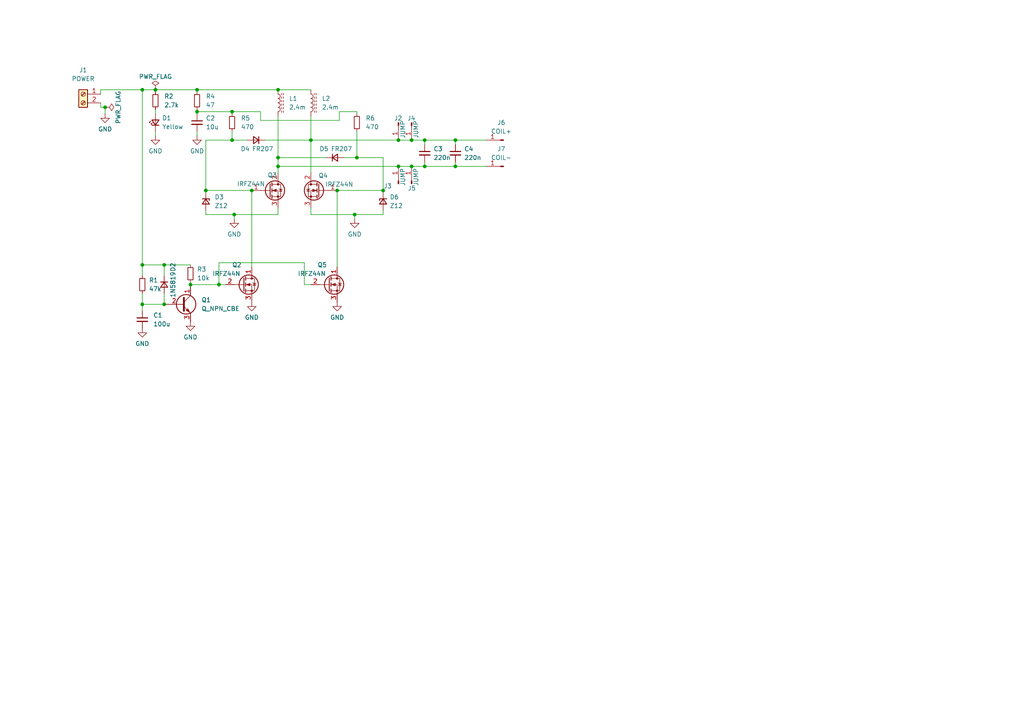
<source format=kicad_sch>
(kicad_sch (version 20211123) (generator eeschema)
  (paper "A4")
  (lib_symbols
    (symbol "Connector:Conn_01x01_Male" (pin_names (offset 1.016) hide)
      (property "Reference" "J" (at 0 2.54 0))
      (property "Value" "Conn_01x01_Male" (at 0 -2.54 0))
      (symbol "Conn_01x01_Male_1_1"
        (polyline (pts (xy 1.27 0) (xy 0.8636 0)) (stroke (width 0.1524)))
        (rectangle (start 0.8636 0.127) (end 0 -0.127) (stroke (width 0.1524)) (fill (type outline)))
        (pin passive line (at 5.08 0 180) (length 3.81) (name "Pin_1") (number "1"))
      )
    )
    (symbol "Connector:Screw_Terminal_01x02" (pin_names (offset 1.016) hide)
      (property "Reference" "J" (at 0 2.54 0))
      (property "Value" "Screw_Terminal_01x02" (at 0 -5.08 0))
      (symbol "Screw_Terminal_01x02_1_1"
        (rectangle (start -1.27 1.27) (end 1.27 -3.81) (stroke (width 0.254)) (fill (type background)))
        (circle (center 0 -2.54) (radius 0.635) (stroke (width 0.1524)))
        (polyline (pts (xy -0.5334 -2.2098) (xy 0.3302 -3.048)) (stroke (width 0.1524)))
        (polyline (pts (xy -0.5334 0.3302) (xy 0.3302 -0.508)) (stroke (width 0.1524)))
        (polyline (pts (xy -0.3556 -2.032) (xy 0.508 -2.8702)) (stroke (width 0.1524)))
        (polyline (pts (xy -0.3556 0.508) (xy 0.508 -0.3302)) (stroke (width 0.1524)))
        (circle (center 0 0) (radius 0.635) (stroke (width 0.1524)))
        (pin passive line (at -5.08 0 0) (length 3.81) (name "Pin_1") (number "1"))
        (pin passive line (at -5.08 -2.54 0) (length 3.81) (name "Pin_2") (number "2"))
      )
    )
    (symbol "Device:C_Small" (pin_numbers hide) (pin_names (offset 0.254) hide)
      (property "Reference" "C" (at 0.254 1.778 0))
      (property "Value" "C_Small" (at 0.254 -2.032 0))
      (symbol "C_Small_0_1"
        (polyline (pts (xy -1.524 -0.508) (xy 1.524 -0.508)) (stroke (width 0.3302)))
        (polyline (pts (xy -1.524 0.508) (xy 1.524 0.508)) (stroke (width 0.3048)))
      )
      (symbol "C_Small_1_1"
        (pin passive line (at 0 2.54 270) (length 2.032) (name "~") (number "1"))
        (pin passive line (at 0 -2.54 90) (length 2.032) (name "~") (number "2"))
      )
    )
    (symbol "Device:D_Small" (pin_numbers hide) (pin_names (offset 0.254) hide)
      (property "Reference" "D" (at -1.27 2.032 0))
      (property "Value" "D_Small" (at -3.81 -2.032 0))
      (symbol "D_Small_0_1"
        (polyline (pts (xy -0.762 -1.016) (xy -0.762 1.016)) (stroke (width 0.254)))
        (polyline (pts (xy -0.762 0) (xy 0.762 0)))
        (polyline (pts (xy 0.762 -1.016) (xy -0.762 0) (xy 0.762 1.016) (xy 0.762 -1.016)) (stroke (width 0.254)))
      )
      (symbol "D_Small_1_1"
        (pin passive line (at -2.54 0 0) (length 1.778) (name "K") (number "1"))
        (pin passive line (at 2.54 0 180) (length 1.778) (name "A") (number "2"))
      )
    )
    (symbol "Device:D_Zener_Small" (pin_numbers hide) (pin_names (offset 0.254) hide)
      (property "Reference" "D" (at 0 2.286 0))
      (property "Value" "D_Zener_Small" (at 0 -2.286 0))
      (symbol "D_Zener_Small_0_1"
        (polyline (pts (xy 0.762 0) (xy -0.762 0)))
        (polyline (pts (xy -0.254 1.016) (xy -0.762 1.016) (xy -0.762 -1.016)) (stroke (width 0.254)))
        (polyline (pts (xy 0.762 1.016) (xy -0.762 0) (xy 0.762 -1.016) (xy 0.762 1.016)) (stroke (width 0.254)))
      )
      (symbol "D_Zener_Small_1_1"
        (pin passive line (at -2.54 0 0) (length 1.778) (name "K") (number "1"))
        (pin passive line (at 2.54 0 180) (length 1.778) (name "A") (number "2"))
      )
    )
    (symbol "Device:LED_Small" (pin_numbers hide) (pin_names (offset 0.254) hide)
      (property "Reference" "D" (at -1.27 3.175 0))
      (property "Value" "LED_Small" (at -4.445 -2.54 0))
      (symbol "LED_Small_0_1"
        (polyline (pts (xy -0.762 -1.016) (xy -0.762 1.016)) (stroke (width 0.254)))
        (polyline (pts (xy 1.016 0) (xy -0.762 0)))
        (polyline (pts (xy 0.762 -1.016) (xy -0.762 0) (xy 0.762 1.016) (xy 0.762 -1.016)) (stroke (width 0.254)))
        (polyline (pts (xy 0 0.762) (xy -0.508 1.27) (xy -0.254 1.27) (xy -0.508 1.27) (xy -0.508 1.016)))
        (polyline (pts (xy 0.508 1.27) (xy 0 1.778) (xy 0.254 1.778) (xy 0 1.778) (xy 0 1.524)))
      )
      (symbol "LED_Small_1_1"
        (pin passive line (at -2.54 0 0) (length 1.778) (name "K") (number "1"))
        (pin passive line (at 2.54 0 180) (length 1.778) (name "A") (number "2"))
      )
    )
    (symbol "Device:L_Ferrite" (pin_numbers hide) (pin_names (offset 1.016) hide)
      (property "Reference" "L" (at -1.27 0 90))
      (property "Value" "L_Ferrite" (at 2.794 0 90))
      (symbol "L_Ferrite_0_1"
        (arc (start 0 -2.54) (mid 0.635 -1.905) (end 0 -1.27))
        (arc (start 0 -1.27) (mid 0.635 -0.635) (end 0 0))
        (polyline (pts (xy 1.016 -2.794) (xy 1.016 -2.286)))
        (polyline (pts (xy 1.016 -1.778) (xy 1.016 -1.27)))
        (polyline (pts (xy 1.016 -0.762) (xy 1.016 -0.254)))
        (polyline (pts (xy 1.016 0.254) (xy 1.016 0.762)))
        (polyline (pts (xy 1.016 1.27) (xy 1.016 1.778)))
        (polyline (pts (xy 1.016 2.286) (xy 1.016 2.794)))
        (polyline (pts (xy 1.524 -2.286) (xy 1.524 -2.794)))
        (polyline (pts (xy 1.524 -1.27) (xy 1.524 -1.778)))
        (polyline (pts (xy 1.524 -0.254) (xy 1.524 -0.762)))
        (polyline (pts (xy 1.524 0.762) (xy 1.524 0.254)))
        (polyline (pts (xy 1.524 1.778) (xy 1.524 1.27)))
        (polyline (pts (xy 1.524 2.794) (xy 1.524 2.286)))
        (arc (start 0 0) (mid 0.635 0.635) (end 0 1.27))
        (arc (start 0 1.27) (mid 0.635 1.905) (end 0 2.54))
      )
      (symbol "L_Ferrite_1_1"
        (pin passive line (at 0 3.81 270) (length 1.27) (name "1") (number "1"))
        (pin passive line (at 0 -3.81 90) (length 1.27) (name "2") (number "2"))
      )
    )
    (symbol "Device:Q_NMOS_GDS" (pin_names (offset 0) hide)
      (property "Reference" "Q" (at 5.08 1.27 0))
      (property "Value" "Q_NMOS_GDS" (at 5.08 -1.27 0))
      (symbol "Q_NMOS_GDS_0_1"
        (polyline (pts (xy 0.254 0) (xy -2.54 0)))
        (polyline (pts (xy 0.254 1.905) (xy 0.254 -1.905)) (stroke (width 0.254)))
        (polyline (pts (xy 0.762 -1.27) (xy 0.762 -2.286)) (stroke (width 0.254)))
        (polyline (pts (xy 0.762 0.508) (xy 0.762 -0.508)) (stroke (width 0.254)))
        (polyline (pts (xy 0.762 2.286) (xy 0.762 1.27)) (stroke (width 0.254)))
        (polyline (pts (xy 2.54 2.54) (xy 2.54 1.778)))
        (polyline (pts (xy 2.54 -2.54) (xy 2.54 0) (xy 0.762 0)))
        (polyline (pts (xy 0.762 -1.778) (xy 3.302 -1.778) (xy 3.302 1.778) (xy 0.762 1.778)))
        (polyline (pts (xy 1.016 0) (xy 2.032 0.381) (xy 2.032 -0.381) (xy 1.016 0)) (fill (type outline)))
        (polyline (pts (xy 2.794 0.508) (xy 2.921 0.381) (xy 3.683 0.381) (xy 3.81 0.254)))
        (polyline (pts (xy 3.302 0.381) (xy 2.921 -0.254) (xy 3.683 -0.254) (xy 3.302 0.381)))
        (circle (center 1.651 0) (radius 2.794) (stroke (width 0.254)))
        (circle (center 2.54 -1.778) (radius 0.254) (fill (type outline)))
        (circle (center 2.54 1.778) (radius 0.254) (fill (type outline)))
      )
      (symbol "Q_NMOS_GDS_1_1"
        (pin input line (at -5.08 0 0) (length 2.54) (name "G") (number "1"))
        (pin passive line (at 2.54 5.08 270) (length 2.54) (name "D") (number "2"))
        (pin passive line (at 2.54 -5.08 90) (length 2.54) (name "S") (number "3"))
      )
    )
    (symbol "Device:Q_NPN_CBE" (pin_names (offset 0) hide)
      (property "Reference" "Q" (at 5.08 1.27 0))
      (property "Value" "Q_NPN_CBE" (at 5.08 -1.27 0))
      (symbol "Q_NPN_CBE_0_1"
        (polyline (pts (xy 0.635 0.635) (xy 2.54 2.54)))
        (polyline (pts (xy 0.635 -0.635) (xy 2.54 -2.54) (xy 2.54 -2.54)))
        (polyline (pts (xy 0.635 1.905) (xy 0.635 -1.905) (xy 0.635 -1.905)) (stroke (width 0.508)))
        (polyline (pts (xy 1.27 -1.778) (xy 1.778 -1.27) (xy 2.286 -2.286) (xy 1.27 -1.778) (xy 1.27 -1.778)) (fill (type outline)))
        (circle (center 1.27 0) (radius 2.8194) (stroke (width 0.254)))
      )
      (symbol "Q_NPN_CBE_1_1"
        (pin passive line (at 2.54 5.08 270) (length 2.54) (name "C") (number "1"))
        (pin input line (at -5.08 0 0) (length 5.715) (name "B") (number "2"))
        (pin passive line (at 2.54 -5.08 90) (length 2.54) (name "E") (number "3"))
      )
    )
    (symbol "Device:R_Small" (pin_numbers hide) (pin_names (offset 0.254) hide)
      (property "Reference" "R" (at 0.762 0.508 0))
      (property "Value" "R_Small" (at 0.762 -1.016 0))
      (symbol "R_Small_0_1"
        (rectangle (start -0.762 1.778) (end 0.762 -1.778) (stroke (width 0.2032)))
      )
      (symbol "R_Small_1_1"
        (pin passive line (at 0 2.54 270) (length 0.762) (name "~") (number "1"))
        (pin passive line (at 0 -2.54 90) (length 0.762) (name "~") (number "2"))
      )
    )
    (symbol "Transistor_FET:IRF6620" (pin_names hide)
      (property "Reference" "Q" (at 5.08 1.905 0))
      (property "Value" "IRF6620" (at 5.08 0 0))
      (symbol "IRF6620_0_1"
        (polyline (pts (xy 0.254 0) (xy -2.54 0)))
        (polyline (pts (xy 0.254 1.905) (xy 0.254 -1.905)) (stroke (width 0.254)))
        (polyline (pts (xy 0.762 -1.27) (xy 0.762 -2.286)) (stroke (width 0.254)))
        (polyline (pts (xy 0.762 0.508) (xy 0.762 -0.508)) (stroke (width 0.254)))
        (polyline (pts (xy 0.762 2.286) (xy 0.762 1.27)) (stroke (width 0.254)))
        (polyline (pts (xy 2.54 2.54) (xy 2.54 1.778)))
        (polyline (pts (xy 2.54 -2.54) (xy 2.54 0) (xy 0.762 0)))
        (polyline (pts (xy 0.762 -1.778) (xy 3.302 -1.778) (xy 3.302 1.778) (xy 0.762 1.778)))
        (polyline (pts (xy 1.016 0) (xy 2.032 0.381) (xy 2.032 -0.381) (xy 1.016 0)) (fill (type outline)))
        (polyline (pts (xy 2.794 0.508) (xy 2.921 0.381) (xy 3.683 0.381) (xy 3.81 0.254)))
        (polyline (pts (xy 3.302 0.381) (xy 2.921 -0.254) (xy 3.683 -0.254) (xy 3.302 0.381)))
        (circle (center 1.651 0) (radius 2.794) (stroke (width 0.254)))
        (circle (center 2.54 -1.778) (radius 0.254) (fill (type outline)))
        (circle (center 2.54 1.778) (radius 0.254) (fill (type outline)))
      )
      (symbol "IRF6620_1_1"
        (pin passive line (at 2.54 5.08 270) (length 2.54) (name "D") (number "1"))
        (pin input line (at -5.08 0 0) (length 2.54) (name "G") (number "2"))
        (pin passive line (at 2.54 -5.08 90) (length 2.54) (name "S") (number "3"))
      )
    )
    (symbol "power:GND" (power) (pin_names (offset 0))
      (property "Value" "GND" (at 0 -3.81 0))
      (symbol "GND_0_1"
        (polyline (pts (xy 0 0) (xy 0 -1.27) (xy 1.27 -1.27) (xy 0 -2.54) (xy -1.27 -1.27) (xy 0 -1.27)))
      )
      (symbol "GND_1_1"
        (pin power_in line (at 0 0 270) (length 0) hide (name "GND") (number "1"))
      )
    )
    (symbol "power:PWR_FLAG" (power) (pin_numbers hide) (pin_names (offset 0) hide)
      (property "Value" "PWR_FLAG" (at 0 3.81 0))
      (symbol "PWR_FLAG_0_0"
        (pin power_out line (at 0 0 90) (length 0) (name "pwr") (number "1"))
      )
      (symbol "PWR_FLAG_0_1"
        (polyline (pts (xy 0 0) (xy 0 1.27) (xy -1.016 1.905) (xy 0 2.54) (xy 1.016 1.905) (xy 0 1.27)))
      )
    )
  )
  (junction (at 80.645 26.035))
  (junction (at 47.625 76.835))
  (junction (at 57.15 26.035))
  (junction (at 111.125 55.245))
  (junction (at 123.19 40.64))
  (junction (at 73.025 55.245))
  (junction (at 41.275 26.035))
  (junction (at 80.645 45.72))
  (junction (at 47.625 88.265))
  (junction (at 59.69 55.245))
  (junction (at 119.38 48.26))
  (junction (at 80.645 48.26))
  (junction (at 30.48 31.115))
  (junction (at 123.19 48.26))
  (junction (at 41.275 76.835))
  (junction (at 67.945 62.23))
  (junction (at 132.08 40.64))
  (junction (at 119.38 40.64))
  (junction (at 103.505 45.72))
  (junction (at 57.15 32.385))
  (junction (at 132.08 48.26))
  (junction (at 67.31 32.385))
  (junction (at 97.79 55.245))
  (junction (at 115.57 40.64))
  (junction (at 41.275 88.265))
  (junction (at 63.5 82.55))
  (junction (at 90.17 40.64))
  (junction (at 67.31 40.64))
  (junction (at 115.57 48.26))
  (junction (at 102.87 62.23))
  (junction (at 55.245 82.55))
  (junction (at 45.085 26.035))
  (wire (pts (xy 123.19 48.26) (xy 132.08 48.26)))
  (wire (pts (xy 80.645 33.655) (xy 80.645 45.72)))
  (wire (pts (xy 88.265 82.55) (xy 90.17 82.55)))
  (wire (pts (xy 59.69 62.23) (xy 67.945 62.23)))
  (wire (pts (xy 55.245 82.55) (xy 63.5 82.55)))
  (wire (pts (xy 30.48 31.115) (xy 30.48 33.02)))
  (wire (pts (xy 59.69 55.245) (xy 59.69 55.88)))
  (wire (pts (xy 76.835 40.64) (xy 90.17 40.64)))
  (wire (pts (xy 103.505 32.385) (xy 98.425 32.385)))
  (wire (pts (xy 99.695 45.72) (xy 103.505 45.72)))
  (wire (pts (xy 90.17 40.64) (xy 115.57 40.64)))
  (wire (pts (xy 111.125 60.96) (xy 111.125 62.23)))
  (wire (pts (xy 29.21 29.845) (xy 29.21 31.115)))
  (wire (pts (xy 90.17 60.325) (xy 90.17 62.23)))
  (wire (pts (xy 45.085 31.75) (xy 45.085 33.02)))
  (wire (pts (xy 41.275 88.265) (xy 41.275 90.17)))
  (wire (pts (xy 57.15 26.035) (xy 80.645 26.035)))
  (wire (pts (xy 119.38 40.64) (xy 123.19 40.64)))
  (wire (pts (xy 88.265 76.2) (xy 88.265 82.55)))
  (wire (pts (xy 57.15 26.035) (xy 57.15 26.67)))
  (wire (pts (xy 123.19 41.91) (xy 123.19 40.64)))
  (wire (pts (xy 90.17 33.655) (xy 90.17 40.64)))
  (wire (pts (xy 75.565 34.925) (xy 75.565 32.385)))
  (wire (pts (xy 41.275 88.265) (xy 47.625 88.265)))
  (wire (pts (xy 55.245 82.55) (xy 55.245 83.185)))
  (wire (pts (xy 47.625 76.835) (xy 55.245 76.835)))
  (wire (pts (xy 67.31 32.385) (xy 57.15 32.385)))
  (wire (pts (xy 80.645 26.035) (xy 90.17 26.035)))
  (wire (pts (xy 132.08 40.64) (xy 132.08 41.91)))
  (wire (pts (xy 80.645 62.23) (xy 67.945 62.23)))
  (wire (pts (xy 67.945 62.23) (xy 67.945 63.5)))
  (wire (pts (xy 80.645 48.26) (xy 80.645 50.165)))
  (wire (pts (xy 75.565 32.385) (xy 67.31 32.385)))
  (wire (pts (xy 80.645 45.72) (xy 80.645 48.26)))
  (wire (pts (xy 67.31 33.02) (xy 67.31 32.385)))
  (wire (pts (xy 29.21 26.035) (xy 29.21 27.305)))
  (wire (pts (xy 98.425 34.925) (xy 75.565 34.925)))
  (wire (pts (xy 90.17 40.64) (xy 90.17 50.165)))
  (wire (pts (xy 111.125 45.72) (xy 111.125 55.245)))
  (wire (pts (xy 41.275 85.09) (xy 41.275 88.265)))
  (wire (pts (xy 90.17 62.23) (xy 102.87 62.23)))
  (wire (pts (xy 57.15 31.75) (xy 57.15 32.385)))
  (wire (pts (xy 132.08 40.64) (xy 140.97 40.64)))
  (wire (pts (xy 63.5 76.2) (xy 88.265 76.2)))
  (wire (pts (xy 123.19 40.64) (xy 132.08 40.64)))
  (wire (pts (xy 111.125 55.245) (xy 111.125 55.88)))
  (wire (pts (xy 59.69 55.245) (xy 73.025 55.245)))
  (wire (pts (xy 29.21 31.115) (xy 30.48 31.115)))
  (wire (pts (xy 123.19 46.99) (xy 123.19 48.26)))
  (wire (pts (xy 41.275 26.035) (xy 45.085 26.035)))
  (wire (pts (xy 103.505 33.02) (xy 103.505 32.385)))
  (wire (pts (xy 57.15 38.1) (xy 57.15 39.37)))
  (wire (pts (xy 47.625 76.835) (xy 41.275 76.835)))
  (wire (pts (xy 98.425 32.385) (xy 98.425 34.925)))
  (wire (pts (xy 67.31 40.64) (xy 59.69 40.64)))
  (wire (pts (xy 45.085 38.1) (xy 45.085 39.37)))
  (wire (pts (xy 59.69 60.96) (xy 59.69 62.23)))
  (wire (pts (xy 97.79 77.47) (xy 97.79 55.245)))
  (wire (pts (xy 55.245 81.915) (xy 55.245 82.55)))
  (wire (pts (xy 41.275 76.835) (xy 41.275 80.01)))
  (wire (pts (xy 80.645 48.26) (xy 115.57 48.26)))
  (wire (pts (xy 63.5 82.55) (xy 63.5 76.2)))
  (wire (pts (xy 67.31 40.64) (xy 71.755 40.64)))
  (wire (pts (xy 80.645 45.72) (xy 94.615 45.72)))
  (wire (pts (xy 115.57 40.64) (xy 119.38 40.64)))
  (wire (pts (xy 119.38 48.26) (xy 123.19 48.26)))
  (wire (pts (xy 115.57 48.26) (xy 119.38 48.26)))
  (wire (pts (xy 41.275 26.035) (xy 41.275 76.835)))
  (wire (pts (xy 132.08 48.26) (xy 140.97 48.26)))
  (wire (pts (xy 73.025 55.245) (xy 73.025 77.47)))
  (wire (pts (xy 47.625 80.01) (xy 47.625 76.835)))
  (wire (pts (xy 59.69 40.64) (xy 59.69 55.245)))
  (wire (pts (xy 45.085 26.035) (xy 45.085 26.67)))
  (wire (pts (xy 102.87 62.23) (xy 102.87 63.5)))
  (wire (pts (xy 103.505 45.72) (xy 111.125 45.72)))
  (wire (pts (xy 63.5 82.55) (xy 65.405 82.55)))
  (wire (pts (xy 47.625 85.09) (xy 47.625 88.265)))
  (wire (pts (xy 57.15 32.385) (xy 57.15 33.02)))
  (wire (pts (xy 80.645 60.325) (xy 80.645 62.23)))
  (wire (pts (xy 111.125 62.23) (xy 102.87 62.23)))
  (wire (pts (xy 103.505 38.1) (xy 103.505 45.72)))
  (wire (pts (xy 67.31 38.1) (xy 67.31 40.64)))
  (wire (pts (xy 45.085 26.035) (xy 57.15 26.035)))
  (wire (pts (xy 132.08 46.99) (xy 132.08 48.26)))
  (wire (pts (xy 97.79 55.245) (xy 111.125 55.245)))
  (wire (pts (xy 29.21 26.035) (xy 41.275 26.035)))
  (symbol (lib_id "Device:R_Small") (at 103.505 35.56 0) (unit 1)
    (property "Reference" "R6" (at 106.045 34.2899 0) (effects (justify left)))
    (property "Value" "470" (at 106.045 36.8299 0) (effects (justify left)))
    (property "Footprint" "Resistor_THT:R_Axial_DIN0207_L6.3mm_D2.5mm_P7.62mm_Horizontal" (effects hide))
  )
  (symbol (lib_id "Transistor_FET:IRF6620") (at 95.25 82.55 0) (unit 1)
    (property "Reference" "Q5" (at 92.075 76.835 0) (effects (justify left)))
    (property "Value" "IRFZ44N" (at 86.36 79.375 0) (effects (justify left)))
    (property "Footprint" "Package_TO_SOT_SMD:SOT-23_Handsoldering" (effects hide))
    (property "Datasheet" "https://www.infineon.com/dgdl/irf6620pbf.pdf?fileId=5546d462533600a4015355e8831d1a23" (effects hide))
  )
  (symbol (lib_id "Device:R_Small") (at 57.15 29.21 0) (unit 1)
    (property "Reference" "R4" (at 59.69 27.9399 0) (effects (justify left)))
    (property "Value" "47" (at 59.69 30.4799 0) (effects (justify left)))
    (property "Footprint" "Resistor_THT:R_Axial_DIN0207_L6.3mm_D2.5mm_P7.62mm_Horizontal" (effects hide))
  )
  (symbol (lib_id "power:PWR_FLAG") (at 30.48 31.115 270) (unit 1)
    (property "Reference" "#FLG01" (effects hide))
    (property "Value" "PWR_FLAG" (at 34.29 31.115 0))
  )
  (symbol (lib_id "power:GND") (at 102.87 63.5 0) (unit 1)
    (property "Reference" "#PWR09" (effects hide))
    (property "Value" "GND" (at 102.87 67.945 0))
  )
  (symbol (lib_id "Device:R_Small") (at 55.245 79.375 0) (unit 1)
    (property "Reference" "R3" (at 57.15 78.1049 0) (effects (justify left)))
    (property "Value" "10k" (at 57.15 80.6449 0) (effects (justify left)))
    (property "Footprint" "Resistor_SMD:R_1206_3216Metric_Pad1.30x1.75mm_HandSolder" (effects hide))
  )
  (symbol (lib_id "Connector:Conn_01x01_Male") (at 115.57 35.56 270) (unit 1)
    (property "Reference" "J2" (at 114.3 34.29 90) (effects (justify left)))
    (property "Value" "JUMP" (at 116.84 34.925 0) (effects (justify left)))
    (property "Footprint" "Connector_PinSocket_2.54mm:PinSocket_1x01_P2.54mm_Vertical" (effects hide))
  )
  (symbol (lib_id "Device:C_Small") (at 41.275 92.71 0) (unit 1)
    (property "Reference" "C1" (at 44.45 91.4462 0) (effects (justify left)))
    (property "Value" "100u" (at 44.45 93.9862 0) (effects (justify left)))
    (property "Footprint" "Capacitor_THT:C_Radial_D6.3mm_H5.0mm_P2.50mm" (effects hide))
  )
  (symbol (lib_id "Transistor_FET:IRF6620") (at 70.485 82.55 0) (unit 1)
    (property "Reference" "Q2" (at 67.31 76.835 0) (effects (justify left)))
    (property "Value" "IRFZ44N" (at 61.595 79.375 0) (effects (justify left)))
    (property "Footprint" "Package_TO_SOT_SMD:SOT-23_Handsoldering" (effects hide))
    (property "Datasheet" "https://www.infineon.com/dgdl/irf6620pbf.pdf?fileId=5546d462533600a4015355e8831d1a23" (effects hide))
  )
  (symbol (lib_id "power:GND") (at 55.245 93.345 0) (unit 1)
    (property "Reference" "#PWR04" (effects hide))
    (property "Value" "GND" (at 55.245 97.79 0))
  )
  (symbol (lib_id "Device:D_Small") (at 97.155 45.72 0) (unit 1)
    (property "Reference" "D5" (at 93.98 43.18 0))
    (property "Value" "FR207" (at 99.06 43.18 0))
    (property "Footprint" "Diode_THT:D_DO-15_P12.70mm_Horizontal" (effects hide))
  )
  (symbol (lib_id "Device:C_Small") (at 132.08 44.45 0) (unit 1)
    (property "Reference" "C4" (at 134.62 43.1862 0) (effects (justify left)))
    (property "Value" "220n" (at 134.62 45.7262 0) (effects (justify left)))
    (property "Footprint" "Capacitor_THT:C_Rect_L18.0mm_W9.0mm_P15.00mm_FKS3_FKP3" (effects hide))
  )
  (symbol (lib_id "Connector:Conn_01x01_Male") (at 115.57 53.34 90) (unit 1)
    (property "Reference" "J3" (at 113.665 53.9751 90) (effects (justify left)))
    (property "Value" "JUMP" (at 116.84 53.975 0) (effects (justify left)))
    (property "Footprint" "Connector_PinSocket_2.54mm:PinSocket_1x01_P2.54mm_Vertical" (effects hide))
  )
  (symbol (lib_id "Device:LED_Small") (at 45.085 35.56 90) (unit 1)
    (property "Reference" "D1" (at 46.99 34.2264 90) (effects (justify right)))
    (property "Value" "Yellow" (at 46.99 36.7664 90) (effects (justify right)))
    (property "Footprint" "LED_THT:LED_D5.0mm" (effects hide))
  )
  (symbol (lib_id "Device:C_Small") (at 57.15 35.56 0) (unit 1)
    (property "Reference" "C2" (at 59.69 34.2962 0) (effects (justify left)))
    (property "Value" "10u" (at 59.69 36.8362 0) (effects (justify left)))
    (property "Footprint" "Capacitor_THT:C_Radial_D6.3mm_H5.0mm_P2.50mm" (effects hide))
  )
  (symbol (lib_id "Connector:Conn_01x01_Male") (at 119.38 53.34 90) (unit 1)
    (property "Reference" "J5" (at 120.65 54.61 90) (effects (justify left)))
    (property "Value" "JUMP" (at 120.65 53.975 0) (effects (justify left)))
    (property "Footprint" "custom:JumperHole_2mm" (effects hide))
  )
  (symbol (lib_id "Device:L_Ferrite") (at 90.17 29.845 0) (unit 1)
    (property "Reference" "L2" (at 93.345 28.5749 0) (effects (justify left)))
    (property "Value" "2.4m" (at 93.345 31.1149 0) (effects (justify left)))
    (property "Footprint" "custom:Toroid_35mm" (effects hide))
  )
  (symbol (lib_id "power:GND") (at 67.945 63.5 0) (unit 1)
    (property "Reference" "#PWR06" (effects hide))
    (property "Value" "GND" (at 67.945 67.945 0))
  )
  (symbol (lib_id "Device:R_Small") (at 41.275 82.55 0) (unit 1)
    (property "Reference" "R1" (at 43.18 81.2799 0) (effects (justify left)))
    (property "Value" "47k" (at 43.18 83.8199 0) (effects (justify left)))
    (property "Footprint" "Resistor_SMD:R_1206_3216Metric_Pad1.30x1.75mm_HandSolder" (effects hide))
  )
  (symbol (lib_id "power:GND") (at 73.025 87.63 0) (unit 1)
    (property "Reference" "#PWR07" (effects hide))
    (property "Value" "GND" (at 73.025 92.075 0))
  )
  (symbol (lib_id "Device:Q_NMOS_GDS") (at 92.71 55.245 0) (mirror y) (unit 1)
    (property "Reference" "Q4" (at 95.123 50.927 0) (effects (justify left)))
    (property "Value" "IRFZ44N" (at 102.489 53.467 0) (effects (justify left)))
    (property "Footprint" "Package_TO_SOT_THT:TO-220-3_Vertical" (effects hide))
  )
  (symbol (lib_id "Device:Q_NPN_CBE") (at 52.705 88.265 0) (unit 1)
    (property "Reference" "Q1" (at 58.42 86.9949 0) (effects (justify left)))
    (property "Value" "Q_NPN_CBE" (at 58.42 89.5349 0) (effects (justify left)))
    (property "Footprint" "Package_TO_SOT_THT:TO-92_Inline" (effects hide))
  )
  (symbol (lib_id "power:GND") (at 57.15 39.37 0) (unit 1)
    (property "Reference" "#PWR05" (effects hide))
    (property "Value" "GND" (at 57.15 43.815 0))
  )
  (symbol (lib_id "Device:Q_NMOS_GDS") (at 78.105 55.245 0) (unit 1)
    (property "Reference" "Q3" (at 77.597 50.8 0) (effects (justify left)))
    (property "Value" "IRFZ44N" (at 68.707 53.34 0) (effects (justify left)))
    (property "Footprint" "Package_TO_SOT_THT:TO-220-3_Vertical" (effects hide))
  )
  (symbol (lib_id "Device:C_Small") (at 123.19 44.45 0) (unit 1)
    (property "Reference" "C3" (at 125.73 43.1862 0) (effects (justify left)))
    (property "Value" "220n" (at 125.73 45.7262 0) (effects (justify left)))
    (property "Footprint" "Capacitor_THT:C_Rect_L18.0mm_W9.0mm_P15.00mm_FKS3_FKP3" (effects hide))
  )
  (symbol (lib_id "Connector:Conn_01x01_Male") (at 146.05 40.64 180) (unit 1)
    (property "Reference" "J6" (at 145.415 35.56 0))
    (property "Value" "COIL+" (at 145.415 38.1 0))
    (property "Footprint" "custom:JumperHole_2mm" (effects hide))
  )
  (symbol (lib_id "Connector:Conn_01x01_Male") (at 119.38 35.56 270) (unit 1)
    (property "Reference" "J4" (at 118.11 34.29 90) (effects (justify left)))
    (property "Value" "JUMP" (at 120.65 34.925 0) (effects (justify left)))
    (property "Footprint" "custom:JumperHole_2mm" (effects hide))
  )
  (symbol (lib_id "Device:R_Small") (at 45.085 29.21 0) (unit 1)
    (property "Reference" "R2" (at 47.625 27.9399 0) (effects (justify left)))
    (property "Value" "2.7k" (at 47.625 30.4799 0) (effects (justify left)))
    (property "Footprint" "Resistor_THT:R_Axial_DIN0207_L6.3mm_D2.5mm_P2.54mm_Vertical" (effects hide))
  )
  (symbol (lib_id "Connector:Screw_Terminal_01x02") (at 24.13 27.305 0) (mirror y) (unit 1)
    (property "Reference" "J1" (at 24.13 20.32 0))
    (property "Value" "POWER" (at 24.13 22.86 0))
    (property "Footprint" "TerminalBlock_RND:TerminalBlock_RND_205-00012_1x02_P5.00mm_Horizontal" (effects hide))
  )
  (symbol (lib_id "power:PWR_FLAG") (at 45.085 26.035 0) (unit 1)
    (property "Reference" "#FLG02" (effects hide))
    (property "Value" "PWR_FLAG" (at 45.085 22.225 0))
  )
  (symbol (lib_id "Device:D_Zener_Small") (at 59.69 58.42 270) (unit 1)
    (property "Reference" "D3" (at 62.23 57.1499 90) (effects (justify left)))
    (property "Value" "Z12" (at 62.23 59.6899 90) (effects (justify left)))
    (property "Footprint" "Diode_THT:D_DO-41_SOD81_P7.62mm_Horizontal" (effects hide))
  )
  (symbol (lib_id "power:GND") (at 30.48 33.02 0) (unit 1)
    (property "Reference" "#PWR01" (effects hide))
    (property "Value" "GND" (at 30.48 37.465 0))
  )
  (symbol (lib_id "power:GND") (at 97.79 87.63 0) (unit 1)
    (property "Reference" "#PWR08" (effects hide))
    (property "Value" "GND" (at 97.79 92.075 0))
  )
  (symbol (lib_id "power:GND") (at 41.275 95.25 0) (unit 1)
    (property "Reference" "#PWR02" (effects hide))
    (property "Value" "GND" (at 41.275 99.695 0))
  )
  (symbol (lib_id "Device:D_Small") (at 47.625 82.55 270) (unit 1)
    (property "Reference" "D2" (at 50.165 77.47 0))
    (property "Value" "1N5819" (at 50.165 82.55 0))
    (property "Footprint" "Diode_THT:D_DO-41_SOD81_P10.16mm_Horizontal" (effects hide))
  )
  (symbol (lib_id "Device:R_Small") (at 67.31 35.56 0) (unit 1)
    (property "Reference" "R5" (at 69.85 34.2899 0) (effects (justify left)))
    (property "Value" "470" (at 69.85 36.8299 0) (effects (justify left)))
    (property "Footprint" "Resistor_THT:R_Axial_DIN0207_L6.3mm_D2.5mm_P7.62mm_Horizontal" (effects hide))
  )
  (symbol (lib_id "Device:L_Ferrite") (at 80.645 29.845 0) (unit 1)
    (property "Reference" "L1" (at 83.82 28.5749 0) (effects (justify left)))
    (property "Value" "2.4m" (at 83.82 31.1149 0) (effects (justify left)))
    (property "Footprint" "custom:Toroid_35mm" (effects hide))
  )
  (symbol (lib_id "power:GND") (at 45.085 39.37 0) (unit 1)
    (property "Reference" "#PWR03" (effects hide))
    (property "Value" "GND" (at 45.085 43.815 0))
  )
  (symbol (lib_id "Connector:Conn_01x01_Male") (at 146.05 48.26 180) (unit 1)
    (property "Reference" "J7" (at 145.415 43.18 0))
    (property "Value" "COIL-" (at 145.415 45.72 0))
    (property "Footprint" "custom:JumperHole_2mm" (effects hide))
  )
  (symbol (lib_id "Device:D_Small") (at 74.295 40.64 180) (unit 1)
    (property "Reference" "D4" (at 71.12 43.18 0))
    (property "Value" "FR207" (at 76.2 43.18 0))
    (property "Footprint" "Diode_THT:D_DO-15_P12.70mm_Horizontal" (effects hide))
  )
  (symbol (lib_id "Device:D_Zener_Small") (at 111.125 58.42 90) (mirror x) (unit 1)
    (property "Reference" "D6" (at 113.03 57.1499 90) (effects (justify right)))
    (property "Value" "Z12" (at 113.03 59.6899 90) (effects (justify right)))
    (property "Footprint" "Diode_THT:D_DO-41_SOD81_P7.62mm_Horizontal" (effects hide))
  )
)
</source>
